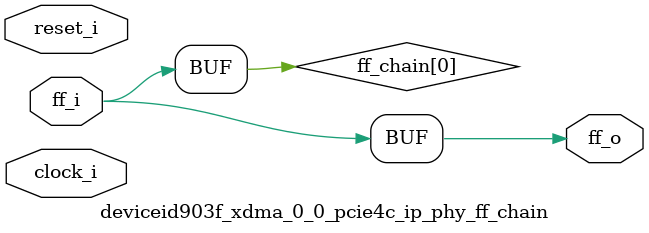
<source format=v>
/*****************************************************************************
** Description:
**    Flop Chain
**
******************************************************************************/

`timescale 1ps/1ps

`define AS_PHYREG(clk, reset, q, d, rstval)  \
   always @(posedge clk or posedge reset) begin \
      if (reset) \
         q  <= #(TCQ)   rstval;  \
      else  \
         q  <= #(TCQ)   d; \
   end

`define PHYREG(clk, reset, q, d, rstval)  \
   always @(posedge clk) begin \
      if (reset) \
         q  <= #(TCQ)   rstval;  \
      else  \
         q  <= #(TCQ)   d; \
   end

(* DowngradeIPIdentifiedWarnings = "yes" *)
module deviceid903f_xdma_0_0_pcie4c_ip_phy_ff_chain #(
   // Parameters
   parameter integer PIPELINE_STAGES   = 0,        // 0 = no pipeline; 1 = 1 stage; 2 = 2 stages; 3 = 3 stages
   parameter         ASYNC             = "FALSE",
   parameter integer FF_WIDTH          = 1,
   parameter integer RST_VAL           = 0,
   parameter integer TCQ               = 1
)  (   
   input  wire                         clock_i,          
   input  wire                         reset_i,           
   input  wire [FF_WIDTH-1:0]          ff_i,            
   output wire [FF_WIDTH-1:0]          ff_o        
   );

   genvar   var_i;

   reg   [FF_WIDTH-1:0]          ff_chain [PIPELINE_STAGES:0];

   always @(*) ff_chain[0] = ff_i;

generate
   if (PIPELINE_STAGES > 0) begin:  with_ff_chain
      for (var_i = 0; var_i < PIPELINE_STAGES; var_i = var_i + 1) begin: ff_chain_gen
         if (ASYNC == "TRUE") begin: async_rst
            `AS_PHYREG(clock_i, reset_i, ff_chain[var_i+1], ff_chain[var_i], RST_VAL)
         end else begin: sync_rst
            `PHYREG(clock_i, reset_i, ff_chain[var_i+1], ff_chain[var_i], RST_VAL)
         end
      end
   end
endgenerate

   assign ff_o = ff_chain[PIPELINE_STAGES];

endmodule

</source>
